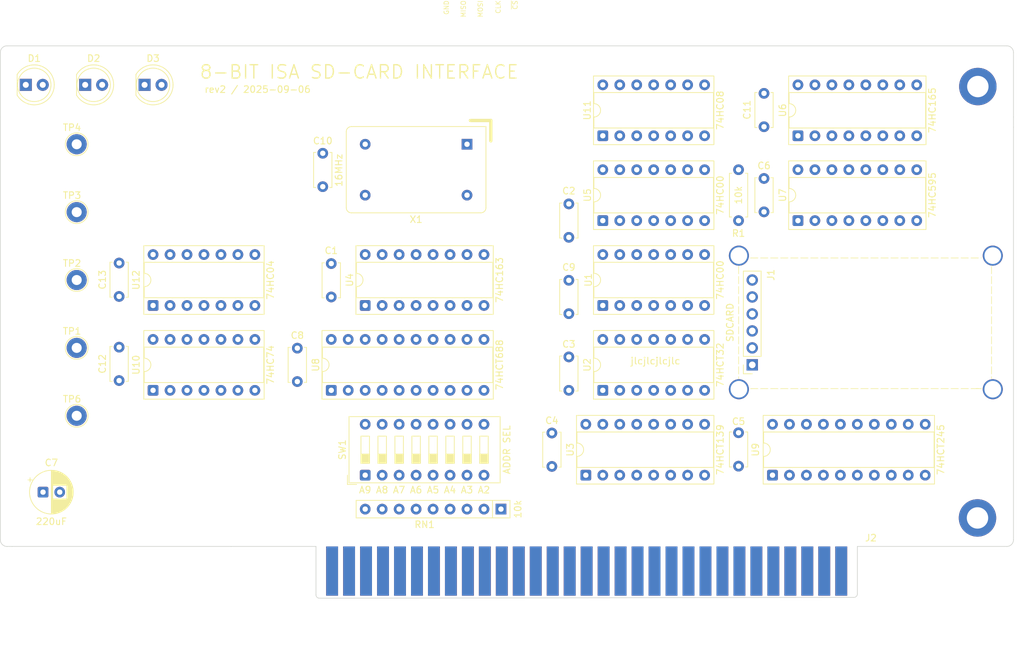
<source format=kicad_pcb>
(kicad_pcb (version 20241229) (generator "pcbnew") (generator_version "9.0")
  (title_block (title "ISA SD CARD") (date "2024-05-26") (rev "rev6"))
  (layers (0 "F.Cu" signal) (2 "B.Cu" signal) (13 "F.Paste" user) (15 "B.Paste" user) (5 "F.SilkS" user "F.Silkscreen") (7 "B.SilkS" user "B.Silkscreen") (1 "F.Mask" user) (3 "B.Mask" user) (25 "Edge.Cuts" user))
  (net 0 "")
  (net 1 "GND")
  (net 2 "VCC")
  (net 7 "CLK")
  (net 8 "~{CS}")
  (net 9 "MISO")
  (net 10 "MOSI")
  (net 22 "CLKSTOP")
  (net 23 "~{CLKSTOP}")
  (net 24 "~{CLK}")
  (net 34 "16MHz")
  (net 39 "A1")
  (net 43 "A2")
  (net 44 "~{PORTSEL}")
  (net 48 "A0")
  (net 50 "~{CLKSTART}")
  (net 52 "Net-(R1-Pad1)")
  (net 53 "~{SDOUT_SET}")
  (net 54 "Net-(RN1-R2)")
  (net 55 "~{SDOUT_RESET}")
  (net 56 "~{SER_RD}")
  (net 57 "Net-(RN1-R8)")
  (net 58 "Net-(RN1-R4)")
  (net 59 "~{SDCS_SET}")
  (net 60 "~{SDCS_RESET}")
  (net 61 "~{SER_WR}")
  (net 62 "D7")
  (net 63 "D4")
  (net 64 "D3")
  (net 65 "Net-(RN1-R7)")
  (net 66 "D5")
  (net 67 "D0")
  (net 68 "D1")
  (net 69 "D2")
  (net 70 "D6")
  (net 71 "Net-(RN1-R3)")
  (net 72 "CS")
  (net 73 "Net-(RN1-R6)")
  (net 74 "A4")
  (net 75 "A5")
  (net 76 "A9")
  (net 77 "A7")
  (net 78 "A6")
  (net 79 "A8")
  (net 80 "AEN")
  (net 81 "A3")
  (net 83 "Net-(RN1-R5)")
  (net 84 "Net-(RN1-R1)")
  (net 85 "Net-(U4-~{MR})")
  (net 86 "Net-(U1-Pad3)")
  (net 87 "Net-(U3B-E)")
  (net 89 "Net-(U3A-E)")
  (net 91 "~{WR}")
  (net 92 "~{RD}")
  (net 93 "Net-(D1-A)")
  (net 97 "Net-(U5-Pad3)")
  (net 100 "DB3")
  (net 101 "DB2")
  (net 102 "DB1")
  (net 103 "DB5")
  (net 104 "DB0")
  (net 105 "DB6")
  (net 106 "DB4")
  (net 107 "DB7")
  (net 108 "Net-(D2-K)")
  (net 109 "Net-(D3-K)")
  (net 110 "~{RQ_SER_RD}")
  (net 111 "~{SER_RD_AND_PULSE}")
  (net 112 "~{PULSE}")
  (net 114 "Net-(U10B-~{Q})")
  (net 115 "Net-(U10A-Q)")
  (net 117 "Net-(U11-Pad8)")
  (net 118 "Net-(U11-Pad2)")
  (net 120 "Net-(U12-Pad12)")
  (net 121 "Net-(U12-Pad11)")
  (footprint "Capacitor_THT:C_Disc_D5.0mm_W2.5mm_P5.00mm" (layer "F.Cu") (at 78.975 75.17 90)
    (property "Reference" "C1" (at 6.945 0 0) (layer "F.SilkS"))
    (property "Value" "0.1uF")
    (pad "1" thru_hole circle (at 0 0 90) (size 1.6 1.6) (drill 0.8) (layers "*.Cu" "*.Mask") (net 1 "GND"))
    (pad "2" thru_hole circle (at 5 0 90) (size 1.6 1.6) (drill 0.8) (layers "*.Cu" "*.Mask") (net 2 "VCC"))
  )
  (footprint "Package_DIP:DIP-16_W7.62mm_Socket" (layer "F.Cu") (at 148.825 63.74 90)
    (property "Reference" "U7" (at 3.81 -2.291 90) (layer "F.SilkS"))
    (property "Value" "74HC595" (at 3.81 20.11 90) (layer "F.SilkS"))
    (pad "1" thru_hole roundrect (at 0 0 90) (size 1.6 1.6) (drill 0.8) (layers "*.Cu" "*.Mask") (roundrect_rratio 0.15625) (net 68 "D1"))
    (pad "2" thru_hole circle (at 0 2.54 90) (size 1.6 1.6) (drill 0.8) (layers "*.Cu" "*.Mask") (net 69 "D2"))
    (pad "3" thru_hole circle (at 0 5.08 90) (size 1.6 1.6) (drill 0.8) (layers "*.Cu" "*.Mask") (net 64 "D3"))
    (pad "4" thru_hole circle (at 0 7.62 90) (size 1.6 1.6) (drill 0.8) (layers "*.Cu" "*.Mask") (net 63 "D4"))
    (pad "5" thru_hole circle (at 0 10.16 90) (size 1.6 1.6) (drill 0.8) (layers "*.Cu" "*.Mask") (net 66 "D5"))
    (pad "6" thru_hole circle (at 0 12.7 90) (size 1.6 1.6) (drill 0.8) (layers "*.Cu" "*.Mask") (net 70 "D6"))
    (pad "7" thru_hole circle (at 0 15.24 90) (size 1.6 1.6) (drill 0.8) (layers "*.Cu" "*.Mask") (net 62 "D7"))
    (pad "8" thru_hole circle (at 0 17.78 90) (size 1.6 1.6) (drill 0.8) (layers "*.Cu" "*.Mask") (net 1 "GND"))
    (pad "9" thru_hole circle (at 7.62 17.78 90) (size 1.6 1.6) (drill 0.8) (layers "*.Cu" "*.Mask"))
    (pad "10" thru_hole circle (at 7.62 15.24 90) (size 1.6 1.6) (drill 0.8) (layers "*.Cu" "*.Mask") (net 2 "VCC"))
    (pad "11" thru_hole circle (at 7.62 12.7 90) (size 1.6 1.6) (drill 0.8) (layers "*.Cu" "*.Mask") (net 7 "CLK"))
    (pad "12" thru_hole circle (at 7.62 10.16 90) (size 1.6 1.6) (drill 0.8) (layers "*.Cu" "*.Mask") (net 24 "~{CLK}"))
    (pad "13" thru_hole circle (at 7.62 7.62 90) (size 1.6 1.6) (drill 0.8) (layers "*.Cu" "*.Mask") (net 56 "~{SER_RD}"))
    (pad "14" thru_hole circle (at 7.62 5.08 90) (size 1.6 1.6) (drill 0.8) (layers "*.Cu" "*.Mask") (net 9 "MISO"))
    (pad "15" thru_hole circle (at 7.62 2.54 90) (size 1.6 1.6) (drill 0.8) (layers "*.Cu" "*.Mask") (net 67 "D0"))
    (pad "16" thru_hole circle (at 7.62 0 90) (size 1.6 1.6) (drill 0.8) (layers "*.Cu" "*.Mask") (net 2 "VCC"))
  )
  (footprint "Button_Switch_THT:SW_DIP_SPSTx08_Slide_9.78x22.5mm_W7.62mm_P2.54mm" (layer "F.Cu") (at 84.055 101.84 90)
    (property "Reference" "SW1" (at 3.81 -3.42 90) (layer "F.SilkS"))
    (property "Value" "ADDR SEL" (at 3.81 21.2 90) (layer "F.SilkS"))
    (pad "1" thru_hole roundrect (at 0 0 90) (size 1.6 1.6) (drill 0.8) (layers "*.Cu" "*.Mask") (roundrect_rratio 0.15625) (net 57 "Net-(RN1-R8)"))
    (pad "2" thru_hole circle (at 0 2.54 90) (size 1.6 1.6) (drill 0.8) (layers "*.Cu" "*.Mask") (net 65 "Net-(RN1-R7)"))
    (pad "3" thru_hole circle (at 0 5.08 90) (size 1.6 1.6) (drill 0.8) (layers "*.Cu" "*.Mask") (net 73 "Net-(RN1-R6)"))
    (pad "4" thru_hole circle (at 0 7.62 90) (size 1.6 1.6) (drill 0.8) (layers "*.Cu" "*.Mask") (net 83 "Net-(RN1-R5)"))
    (pad "5" thru_hole circle (at 0 10.16 90) (size 1.6 1.6) (drill 0.8) (layers "*.Cu" "*.Mask") (net 58 "Net-(RN1-R4)"))
    (pad "6" thru_hole circle (at 0 12.7 90) (size 1.6 1.6) (drill 0.8) (layers "*.Cu" "*.Mask") (net 71 "Net-(RN1-R3)"))
    (pad "7" thru_hole circle (at 0 15.24 90) (size 1.6 1.6) (drill 0.8) (layers "*.Cu" "*.Mask") (net 54 "Net-(RN1-R2)"))
    (pad "8" thru_hole circle (at 0 17.78 90) (size 1.6 1.6) (drill 0.8) (layers "*.Cu" "*.Mask") (net 84 "Net-(RN1-R1)"))
    (pad "9" thru_hole circle (at 7.62 17.78 90) (size 1.6 1.6) (drill 0.8) (layers "*.Cu" "*.Mask") (net 2 "VCC"))
    (pad "10" thru_hole circle (at 7.62 15.24 90) (size 1.6 1.6) (drill 0.8) (layers "*.Cu" "*.Mask") (net 2 "VCC"))
    (pad "11" thru_hole circle (at 7.62 12.7 90) (size 1.6 1.6) (drill 0.8) (layers "*.Cu" "*.Mask") (net 2 "VCC"))
    (pad "12" thru_hole circle (at 7.62 10.16 90) (size 1.6 1.6) (drill 0.8) (layers "*.Cu" "*.Mask") (net 2 "VCC"))
    (pad "13" thru_hole circle (at 7.62 7.62 90) (size 1.6 1.6) (drill 0.8) (layers "*.Cu" "*.Mask") (net 2 "VCC"))
    (pad "14" thru_hole circle (at 7.62 5.08 90) (size 1.6 1.6) (drill 0.8) (layers "*.Cu" "*.Mask") (net 2 "VCC"))
    (pad "15" thru_hole circle (at 7.62 2.54 90) (size 1.6 1.6) (drill 0.8) (layers "*.Cu" "*.Mask") (net 2 "VCC"))
    (pad "16" thru_hole circle (at 7.62 0 90) (size 1.6 1.6) (drill 0.8) (layers "*.Cu" "*.Mask") (net 2 "VCC"))
  )
  (footprint "TestPoint:TestPoint_Loop_D2.54mm_Drill1.5mm_Beaded" (layer "F.Cu") (at 40.875 82.79 180)
    (property "Reference" "TP1" (at 0.7 2.5 180) (layer "F.SilkS"))
    (property "Value" "~{CS}")
    (pad "1" thru_hole circle (at 0 0 180) (size 3 3) (drill 1.5) (layers "*.Cu" "*.Mask") (net 8 "~{CS}"))
  )
  (footprint "Capacitor_THT:C_Disc_D5.0mm_W2.5mm_P5.00mm" (layer "F.Cu") (at 77.705 58.66 90)
    (property "Reference" "C10" (at 6.858 0 0) (layer "F.SilkS"))
    (property "Value" "100n")
    (pad "1" thru_hole circle (at 0 0 90) (size 1.6 1.6) (drill 0.8) (layers "*.Cu" "*.Mask") (net 2 "VCC"))
    (pad "2" thru_hole circle (at 5 0 90) (size 1.6 1.6) (drill 0.8) (layers "*.Cu" "*.Mask") (net 1 "GND"))
  )
  (footprint "Capacitor_THT:C_Disc_D5.0mm_W2.5mm_P5.00mm" (layer "F.Cu") (at 47.225 75.09 90)
    (property "Reference" "C13" (at 2.5 -2.5 90) (layer "F.SilkS"))
    (property "Value" "0.1uF")
    (pad "1" thru_hole circle (at 0 0 90) (size 1.6 1.6) (drill 0.8) (layers "*.Cu" "*.Mask") (net 1 "GND"))
    (pad "2" thru_hole circle (at 5 0 90) (size 1.6 1.6) (drill 0.8) (layers "*.Cu" "*.Mask") (net 2 "VCC"))
  )
  (footprint "Capacitor_THT:C_Disc_D5.0mm_W2.5mm_P5.00mm" (layer "F.Cu") (at 73.895 87.83 90)
    (property "Reference" "C8" (at 6.905 0 180) (layer "F.SilkS"))
    (property "Value" "0.1uF")
    (pad "1" thru_hole circle (at 0 0 90) (size 1.6 1.6) (drill 0.8) (layers "*.Cu" "*.Mask") (net 1 "GND"))
    (pad "2" thru_hole circle (at 5 0 90) (size 1.6 1.6) (drill 0.8) (layers "*.Cu" "*.Mask") (net 2 "VCC"))
  )
  (footprint "components:ISA_CARD_EDGE_CONNECTOR_8BIT_Rev1" (layer "F.Cu") (at 155.302 120.128)
    (property "Reference" "J2" (at 4.445 -8.89 0) (layer "F.SilkS"))
    (property "Value" "Bus_ISA_8bit_AB_Rev0")
    (pad "A01" connect rect (at 0 -3.81) (size 1.78 7.366) (drill (offset 0 -0.127)) (layers "F.Cu" "F.Mask"))
    (pad "A02" connect rect (at -2.54 -3.81) (size 1.78 7.366) (drill (offset 0 -0.127)) (layers "F.Cu" "F.Mask") (net 107 "DB7"))
    (pad "A03" connect rect (at -5.08 -3.81) (size 1.78 7.366) (drill (offset 0 -0.127)) (layers "F.Cu" "F.Mask") (net 105 "DB6"))
    (pad "A04" connect rect (at -7.62 -3.81) (size 1.78 7.366) (drill (offset 0 -0.127)) (layers "F.Cu" "F.Mask") (net 103 "DB5"))
    (pad "A05" connect rect (at -10.16 -3.81) (size 1.78 7.366) (drill (offset 0 -0.127)) (layers "F.Cu" "F.Mask") (net 106 "DB4"))
    (pad "A06" connect rect (at -12.7 -3.81) (size 1.78 7.366) (drill (offset 0 -0.127)) (layers "F.Cu" "F.Mask") (net 100 "DB3"))
    (pad "A07" connect rect (at -15.24 -3.81) (size 1.78 7.366) (drill (offset 0 -0.127)) (layers "F.Cu" "F.Mask") (net 101 "DB2"))
    (pad "A08" connect rect (at -17.78 -3.81) (size 1.78 7.366) (drill (offset 0 -0.127)) (layers "F.Cu" "F.Mask") (net 102 "DB1"))
    (pad "A09" connect rect (at -20.32 -3.81) (size 1.78 7.366) (drill (offset 0 -0.127)) (layers "F.Cu" "F.Mask") (net 104 "DB0"))
    (pad "A10" connect rect (at -22.86 -3.81) (size 1.78 7.366) (drill (offset 0 -0.127)) (layers "F.Cu" "F.Mask"))
    (pad "A11" connect rect (at -25.4 -3.81) (size 1.78 7.366) (drill (offset 0 -0.127)) (layers "F.Cu" "F.Mask") (net 80 "AEN"))
    (pad "A12" connect rect (at -27.94 -3.81) (size 1.78 7.366) (drill (offset 0 -0.127)) (layers "F.Cu" "F.Mask"))
    (pad "A13" connect rect (at -30.48 -3.81) (size 1.78 7.366) (drill (offset 0 -0.127)) (layers "F.Cu" "F.Mask"))
    (pad "A14" connect rect (at -33.02 -3.81) (size 1.78 7.366) (drill (offset 0 -0.127)) (layers "F.Cu" "F.Mask"))
    (pad "A15" connect rect (at -35.56 -3.81) (size 1.78 7.366) (drill (offset 0 -0.127)) (layers "F.Cu" "F.Mask"))
    (pad "A16" connect rect (at -38.1 -3.81) (size 1.78 7.366) (drill (offset 0 -0.127)) (layers "F.Cu" "F.Mask"))
    (pad "A17" connect rect (at -40.64 -3.81) (size 1.78 7.366) (drill (offset 0 -0.127)) (layers "F.Cu" "F.Mask"))
    (pad "A18" connect rect (at -43.18 -3.81) (size 1.78 7.366) (drill (offset 0 -0.127)) (layers "F.Cu" "F.Mask"))
    (pad "A19" connect rect (at -45.72 -3.81) (size 1.78 7.366) (drill (offset 0 -0.127)) (layers "F.Cu" "F.Mask"))
    (pad "A20" connect rect (at -48.26 -3.81) (size 1.78 7.366) (drill (offset 0 -0.127)) (layers "F.Cu" "F.Mask"))
    (pad "A21" connect rect (at -50.8 -3.81) (size 1.78 7.366) (drill (offset 0 -0.127)) (layers "F.Cu" "F.Mask"))
    (pad "A22" connect rect (at -53.34 -3.81) (size 1.78 7.366) (drill (offset 0 -0.127)) (layers "F.Cu" "F.Mask") (net 76 "A9"))
    (pad "A23" connect rect (at -55.88 -3.81) (size 1.78 7.366) (drill (offset 0 -0.127)) (layers "F.Cu" "F.Mask") (net 79 "A8"))
    (pad "A24" connect rect (at -58.42 -3.81) (size 1.78 7.366) (drill (offset 0 -0.127)) (layers "F.Cu" "F.Mask") (net 77 "A7"))
    (pad "A25" connect rect (at -60.96 -3.81) (size 1.78 7.366) (drill (offset 0 -0.127)) (layers "F.Cu" "F.Mask") (net 78 "A6"))
    (pad "A26" connect rect (at -63.5 -3.81) (size 1.78 7.366) (drill (offset 0 -0.127)) (layers "F.Cu" "F.Mask") (net 75 "A5"))
    (pad "A27" connect rect (at -66.04 -3.81) (size 1.78 7.366) (drill (offset 0 -0.127)) (layers "F.Cu" "F.Mask") (net 74 "A4"))
    (pad "A28" connect rect (at -68.58 -3.81) (size 1.78 7.366) (drill (offset 0 -0.127)) (layers "F.Cu" "F.Mask") (net 81 "A3"))
    (pad "A29" connect rect (at -71.12 -3.81) (size 1.78 7.366) (drill (offset 0 -0.127)) (layers "F.Cu" "F.Mask") (net 43 "A2"))
    (pad "A30" connect rect (at -73.66 -3.81) (size 1.78 7.366) (drill (offset 0 -0.127)) (layers "F.Cu" "F.Mask") (net 39 "A1"))
    (pad "A31" connect rect (at -76.2 -3.81) (size 1.78 7.366) (drill (offset 0 -0.127)) (layers "F.Cu" "F.Mask") (net 48 "A0"))
    (pad "B01" connect rect (at 0 -3.81) (size 1.78 7.366) (drill (offset 0 -0.127)) (layers "B.Cu" "B.Mask") (net 1 "GND"))
    (pad "B02" connect rect (at -2.54 -3.81) (size 1.78 7.366) (drill (offset 0 -0.127)) (layers "B.Cu" "B.Mask"))
    (pad "B03" connect rect (at -5.08 -3.81) (size 1.78 7.366) (drill (offset 0 -0.127)) (layers "B.Cu" "B.Mask") (net 2 "VCC"))
    (pad "B04" connect rect (at -7.62 -3.81) (size 1.78 7.366) (drill (offset 0 -0.127)) (layers "B.Cu" "B.Mask"))
    (pad "B05" connect rect (at -10.16 -3.81) (size 1.78 7.366) (drill (offset 0 -0.127)) (layers "B.Cu" "B.Mask"))
    (pad "B06" connect rect (at -12.7 -3.81) (size 1.78 7.366) (drill (offset 0 -0.127)) (layers "B.Cu" "B.Mask"))
    (pad "B07" connect rect (at -15.24 -3.81) (size 1.78 7.366) (drill (offset 0 -0.127)) (layers "B.Cu" "B.Mask"))
    (pad "B08" connect rect (at -17.78 -3.81) (size 1.78 7.366) (drill (offset 0 -0.127)) (layers "B.Cu" "B.Mask"))
    (pad "B09" connect rect (at -20.32 -3.81) (size 1.78 7.366) (drill (offset 0 -0.127)) (layers "B.Cu" "B.Mask"))
    (pad "B10" connect rect (at -22.86 -3.81) (size 1.78 7.366) (drill (offset 0 -0.127)) (layers "B.Cu" "B.Mask") (net 1 "GND"))
    (pad "B11" connect rect (at -25.4 -3.81) (size 1.78 7.366) (drill (offset 0 -0.127)) (layers "B.Cu" "B.Mask"))
    (pad "B12" connect rect (at -27.94 -3.81) (size 1.78 7.366) (drill (offset 0 -0.127)) (layers "B.Cu" "B.Mask"))
    (pad "B13" connect rect (at -30.48 -3.81) (size 1.78 7.366) (drill (offset 0 -0.127)) (layers "B.Cu" "B.Mask") (net 91 "~{WR}"))
    (pad "B14" connect rect (at -33.02 -3.81) (size 1.78 7.366) (drill (offset 0 -0.127)) (layers "B.Cu" "B.Mask") (net 92 "~{RD}"))
    (pad "B15" connect rect (at -35.56 -3.81) (size 1.78 7.366) (drill (offset 0 -0.127)) (layers "B.Cu" "B.Mask"))
    (pad "B16" connect rect (at -38.1 -3.81) (size 1.78 7.366) (drill (offset 0 -0.127)) (layers "B.Cu" "B.Mask"))
    (pad "B17" connect rect (at -40.64 -3.81) (size 1.78 7.366) (drill (offset 0 -0.127)) (layers "B.Cu" "B.Mask"))
    (pad "B18" connect rect (at -43.18 -3.81) (size 1.78 7.366) (drill (offset 0 -0.127)) (layers "B.Cu" "B.Mask"))
    (pad "B19" connect rect (at -45.72 -3.81) (size 1.78 7.366) (drill (offset 0 -0.127)) (layers "B.Cu" "B.Mask"))
    (pad "B20" connect rect (at -48.26 -3.81) (size 1.78 7.366) (drill (offset 0 -0.127)) (layers "B.Cu" "B.Mask"))
    (pad "B21" connect rect (at -50.8 -3.81) (size 1.78 7.366) (drill (offset 0 -0.127)) (layers "B.Cu" "B.Mask"))
    (pad "B22" connect rect (at -53.34 -3.81) (size 1.78 7.366) (drill (offset 0 -0.127)) (layers "B.Cu" "B.Mask"))
    (pad "B23" connect rect (at -55.88 -3.81) (size 1.78 7.366) (drill (offset 0 -0.127)) (layers "B.Cu" "B.Mask"))
    (pad "B24" connect rect (at -58.42 -3.81) (size 1.78 7.366) (drill (offset 0 -0.127)) (layers "B.Cu" "B.Mask"))
    (pad "B25" connect rect (at -60.96 -3.81) (size 1.78 7.366) (drill (offset 0 -0.127)) (layers "B.Cu" "B.Mask"))
    (pad "B26" connect rect (at -63.5 -3.81) (size 1.78 7.366) (drill (offset 0 -0.127)) (layers "B.Cu" "B.Mask"))
    (pad "B27" connect rect (at -66.04 -3.81) (size 1.78 7.366) (drill (offset 0 -0.127)) (layers "B.Cu" "B.Mask"))
    (pad "B28" connect rect (at -68.58 -3.81) (size 1.78 7.366) (drill (offset 0 -0.127)) (layers "B.Cu" "B.Mask"))
    (pad "B29" connect rect (at -71.12 -3.81) (size 1.78 7.366) (drill (offset 0 -0.127)) (layers "B.Cu" "B.Mask") (net 2 "VCC"))
    (pad "B30" connect rect (at -73.66 -3.81) (size 1.78 7.366) (drill (offset 0 -0.127)) (layers "B.Cu" "B.Mask"))
    (pad "B31" smd rect (at -76.2 -3.81) (size 1.78 7.366) (drill (offset 0 -0.127)) (layers "B.Cu" "B.Mask") (net 1 "GND"))
  )
  (footprint "LED_THT:LED_D5.0mm" (layer "F.Cu") (at 51.035 43.42)
    (property "Reference" "D3" (at 1.27 -3.96 0) (layer "F.SilkS"))
    (property "Value" "LED")
    (pad "1" thru_hole rect (at 0 0) (size 1.8 1.8) (drill 0.9) (layers "*.Cu" "*.Mask") (net 109 "Net-(D3-K)"))
    (pad "2" thru_hole circle (at 2.54 0) (size 1.8 1.8) (drill 0.9) (layers "*.Cu" "*.Mask") (net 2 "VCC"))
  )
  (footprint "Oscillator:Oscillator_DIP-14" (layer "F.Cu") (at 99.295 52.31 180)
    (property "Reference" "X1" (at 7.62 -11.26 0) (layer "F.SilkS"))
    (property "Value" "16MHz" (at 19.177 -3.8945 90) (layer "F.SilkS"))
    (pad "1" thru_hole rect (at 0 0 180) (size 1.6 1.6) (drill 0.8) (layers "*.Cu" "*.Mask"))
    (pad "7" thru_hole circle (at 15.24 0 180) (size 1.6 1.6) (drill 0.8) (layers "*.Cu" "*.Mask") (net 1 "GND"))
    (pad "8" thru_hole circle (at 15.24 -7.62 180) (size 1.6 1.6) (drill 0.8) (layers "*.Cu" "*.Mask") (net 34 "16MHz"))
    (pad "14" thru_hole circle (at 0 -7.62 180) (size 1.6 1.6) (drill 0.8) (layers "*.Cu" "*.Mask") (net 2 "VCC"))
  )
  (footprint "Capacitor_THT:C_Disc_D5.0mm_W2.5mm_P5.00mm" (layer "F.Cu") (at 143.745 62.43 90)
    (property "Reference" "C6" (at 6.905 0 180) (layer "F.SilkS"))
    (property "Value" "0.1uF")
    (pad "1" thru_hole circle (at 0 0 90) (size 1.6 1.6) (drill 0.8) (layers "*.Cu" "*.Mask") (net 1 "GND"))
    (pad "2" thru_hole circle (at 5 0 90) (size 1.6 1.6) (drill 0.8) (layers "*.Cu" "*.Mask") (net 2 "VCC"))
  )
  (footprint "LED_THT:LED_D5.0mm" (layer "F.Cu") (at 42.145 43.42)
    (property "Reference" "D2" (at 1.27 -3.96 0) (layer "F.SilkS"))
    (property "Value" "LED")
    (pad "1" thru_hole rect (at 0 0) (size 1.8 1.8) (drill 0.9) (layers "*.Cu" "*.Mask") (net 108 "Net-(D2-K)"))
    (pad "2" thru_hole circle (at 2.54 0) (size 1.8 1.8) (drill 0.9) (layers "*.Cu" "*.Mask") (net 2 "VCC"))
  )
  (footprint "Capacitor_THT:C_Disc_D5.0mm_W2.5mm_P5.00mm" (layer "F.Cu") (at 143.745 44.69 -90)
    (property "Reference" "C11" (at 2.46 2.54 90) (layer "F.SilkS"))
    (property "Value" "0.1uF")
    (pad "1" thru_hole circle (at 0 0 270) (size 1.6 1.6) (drill 0.8) (layers "*.Cu" "*.Mask") (net 1 "GND"))
    (pad "2" thru_hole circle (at 5 0 270) (size 1.6 1.6) (drill 0.8) (layers "*.Cu" "*.Mask") (net 2 "VCC"))
  )
  (footprint "Resistor_THT:R_Axial_DIN0207_L6.3mm_D2.5mm_P7.62mm_Horizontal" (layer "F.Cu") (at 139.935 63.74 90)
    (property "Reference" "R1" (at -1.905 0 0) (layer "F.SilkS"))
    (property "Value" "10k" (at 3.81 0 90) (layer "F.SilkS"))
    (pad "1" thru_hole circle (at 0 0 90) (size 1.6 1.6) (drill 0.8) (layers "*.Cu" "*.Mask") (net 52 "Net-(R1-Pad1)"))
    (pad "2" thru_hole circle (at 7.62 0 90) (size 1.6 1.6) (drill 0.8) (layers "*.Cu" "*.Mask") (net 9 "MISO"))
  )
  (footprint "Capacitor_THT:CP_Radial_D6.3mm_P2.50mm" (layer "F.Cu") (at 35.835 104.38)
    (property "Reference" "C7" (at 1.25 -4.4 0) (layer "F.SilkS"))
    (property "Value" "220uF" (at 1.25 4.4 0) (layer "F.SilkS"))
    (pad "1" thru_hole roundrect (at 0 0) (size 1.6 1.6) (drill 0.8) (layers "*.Cu" "*.Mask") (roundrect_rratio 0.15625) (net 2 "VCC"))
    (pad "2" thru_hole circle (at 2.5 0) (size 1.6 1.6) (drill 0.8) (layers "*.Cu" "*.Mask") (net 1 "GND"))
  )
  (footprint "Capacitor_THT:C_Disc_D5.0mm_W2.5mm_P5.00mm" (layer "F.Cu") (at 114.535 66.24 90)
    (property "Reference" "C2" (at 6.945 0 0) (layer "F.SilkS"))
    (property "Value" "0.1uF")
    (pad "1" thru_hole circle (at 0 0 90) (size 1.6 1.6) (drill 0.8) (layers "*.Cu" "*.Mask") (net 1 "GND"))
    (pad "2" thru_hole circle (at 5 0 90) (size 1.6 1.6) (drill 0.8) (layers "*.Cu" "*.Mask") (net 2 "VCC"))
  )
  (footprint "Capacitor_THT:C_Disc_D5.0mm_W2.5mm_P5.00mm" (layer "F.Cu") (at 47.225 87.68 90)
    (property "Reference" "C12" (at 2.5 -2.5 90) (layer "F.SilkS"))
    (property "Value" "0.1uF")
    (pad "1" thru_hole circle (at 0 0 90) (size 1.6 1.6) (drill 0.8) (layers "*.Cu" "*.Mask") (net 1 "GND"))
    (pad "2" thru_hole circle (at 5 0 90) (size 1.6 1.6) (drill 0.8) (layers "*.Cu" "*.Mask") (net 2 "VCC"))
  )
  (footprint "sdcard-holder:sdcard-socket" (layer "F.Cu") (at 141.985 85.33 180)
    (property "Reference" "J1" (at -2.794 13.462 90) (layer "F.SilkS"))
    (property "Value" "SDCARD" (at 3.32 6.35 90) (layer "F.SilkS"))
    (pad "" np_thru_hole circle (at -36 -3.65 180) (size 3 3) (drill 2.5) (layers "*.Cu" "*.Mask"))
    (pad "" np_thru_hole circle (at -36 16.35 180) (size 3 3) (drill 2.5) (layers "*.Cu" "*.Mask"))
    (pad "" np_thru_hole circle (at 2 -3.65 180) (size 3 3) (drill 2.5) (layers "*.Cu" "*.Mask"))
    (pad "" np_thru_hole circle (at 2 16.35 180) (size 3 3) (drill 2.5) (layers "*.Cu" "*.Mask"))
    (pad "1" thru_hole rect (at 0 0 180) (size 1.7 1.7) (drill 1) (layers "*.Cu" "*.Mask") (net 8 "~{CS}"))
    (pad "2" thru_hole oval (at 0 2.54 180) (size 1.7 1.7) (drill 1) (layers "*.Cu" "*.Mask") (net 7 "CLK"))
    (pad "3" thru_hole oval (at 0 5.08 180) (size 1.7 1.7) (drill 1) (layers "*.Cu" "*.Mask") (net 10 "MOSI"))
    (pad "4" thru_hole oval (at 0 7.62 180) (size 1.7 1.7) (drill 1) (layers "*.Cu" "*.Mask") (net 9 "MISO"))
    (pad "5" thru_hole oval (at 0 10.16 180) (size 1.7 1.7) (drill 1) (layers "*.Cu" "*.Mask") (net 2 "VCC"))
    (pad "6" thru_hole oval (at 0 12.7 180) (size 1.7 1.7) (drill 1) (layers "*.Cu" "*.Mask") (net 1 "GND"))
  )
  (footprint "Package_DIP:DIP-14_W7.62mm_Socket" (layer "F.Cu") (at 119.615 51.04 90)
    (property "Reference" "U11" (at 3.81 -2.33 90) (layer "F.SilkS"))
    (property "Value" "74HC08" (at 3.81 17.57 90) (layer "F.SilkS"))
    (pad "1" thru_hole roundrect (at 0 0 90) (size 1.6 1.6) (drill 0.8) (layers "*.Cu" "*.Mask") (roundrect_rratio 0.15625) (net 112 "~{PULSE}"))
    (pad "2" thru_hole circle (at 0 2.54 90) (size 1.6 1.6) (drill 0.8) (layers "*.Cu" "*.Mask") (net 118 "Net-(U11-Pad2)"))
    (pad "3" thru_hole circle (at 0 5.08 90) (size 1.6 1.6) (drill 0.8) (layers "*.Cu" "*.Mask") (net 50 "~{CLKSTART}"))
    (pad "4" thru_hole circle (at 0 7.62 90) (size 1.6 1.6) (drill 0.8) (layers "*.Cu" "*.Mask") (net 110 "~{RQ_SER_RD}"))
    (pad "5" thru_hole circle (at 0 10.16 90) (size 1.6 1.6) (drill 0.8) (layers "*.Cu" "*.Mask") (net 111 "~{SER_RD_AND_PULSE}"))
    (pad "6" thru_hole circle (at 0 12.7 90) (size 1.6 1.6) (drill 0.8) (layers "*.Cu" "*.Mask") (net 56 "~{SER_RD}"))
    (pad "7" thru_hole circle (at 0 15.24 90) (size 1.6 1.6) (drill 0.8) (layers "*.Cu" "*.Mask") (net 1 "GND"))
    (pad "8" thru_hole circle (at 7.62 15.24 90) (size 1.6 1.6) (drill 0.8) (layers "*.Cu" "*.Mask") (net 117 "Net-(U11-Pad8)"))
    (pad "9" thru_hole circle (at 7.62 12.7 90) (size 1.6 1.6) (drill 0.8) (layers "*.Cu" "*.Mask") (net 114 "Net-(U10B-~{Q})"))
    (pad "10" thru_hole circle (at 7.62 10.16 90) (size 1.6 1.6) (drill 0.8) (layers "*.Cu" "*.Mask") (net 111 "~{SER_RD_AND_PULSE}"))
    (pad "11" thru_hole circle (at 7.62 7.62 90) (size 1.6 1.6) (drill 0.8) (layers "*.Cu" "*.Mask"))
    (pad "12" thru_hole circle (at 7.62 5.08 90) (size 1.6 1.6) (drill 0.8) (layers "*.Cu" "*.Mask") (net 1 "GND"))
    (pad "13" thru_hole circle (at 7.62 2.54 90) (size 1.6 1.6) (drill 0.8) (layers "*.Cu" "*.Mask") (net 1 "GND"))
    (pad "14" thru_hole circle (at 7.62 0 90) (size 1.6 1.6) (drill 0.8) (layers "*.Cu" "*.Mask") (net 2 "VCC"))
  )
  (footprint "Capacitor_THT:C_Disc_D5.0mm_W2.5mm_P5.00mm" (layer "F.Cu") (at 114.535 89.14 90)
    (property "Reference" "C3" (at 6.905 0 180) (layer "F.SilkS"))
    (property "Value" "0.1uF")
    (pad "1" thru_hole circle (at 0 0 90) (size 1.6 1.6) (drill 0.8) (layers "*.Cu" "*.Mask") (net 1 "GND"))
    (pad "2" thru_hole circle (at 5 0 90) (size 1.6 1.6) (drill 0.8) (layers "*.Cu" "*.Mask") (net 2 "VCC"))
  )
  (footprint "MountingHole:MountingHole_3.2mm_M3_DIN965_Pad_TopBottom" (layer "F.Cu") (at 175.6982 108.2408)
    (property "Reference" "H2")
    (property "Value" "MountingHole_Pad")
    (pad "1" thru_hole circle (at 0 0) (size 3.6 3.6) (drill 3.2) (layers "*.Cu" "*.Mask") (net 1 "GND"))
    (pad "1" connect circle (at 0 0) (size 5.6 5.6) (layers "F.Cu" "F.Mask") (net 1 "GND"))
    (pad "1" connect circle (at 0 0) (size 5.6 5.6) (layers "B.Cu" "B.Mask") (net 1 "GND"))
  )
  (footprint "Package_DIP:DIP-20_W7.62mm_Socket" (layer "F.Cu") (at 78.975 89.14 90)
    (property "Reference" "U8" (at 3.81 -2.33 90) (layer "F.SilkS"))
    (property "Value" "74HCT688" (at 3.81 25.19 90) (layer "F.SilkS"))
    (pad "1" thru_hole roundrect (at 0 0 90) (size 1.6 1.6) (drill 0.8) (layers "*.Cu" "*.Mask") (roundrect_rratio 0.15625) (net 80 "AEN"))
    (pad "2" thru_hole circle (at 0 2.54 90) (size 1.6 1.6) (drill 0.8) (layers "*.Cu" "*.Mask") (net 43 "A2"))
    (pad "3" thru_hole circle (at 0 5.08 90) (size 1.6 1.6) (drill 0.8) (layers "*.Cu" "*.Mask") (net 84 "Net-(RN1-R1)"))
    (pad "4" thru_hole circle (at 0 7.62 90) (size 1.6 1.6) (drill 0.8) (layers "*.Cu" "*.Mask") (net 81 "A3"))
    (pad "5" thru_hole circle (at 0 10.16 90) (size 1.6 1.6) (drill 0.8) (layers "*.Cu" "*.Mask") (net 54 "Net-(RN1-R2)"))
    (pad "6" thru_hole circle (at 0 12.7 90) (size 1.6 1.6) (drill 0.8) (layers "*.Cu" "*.Mask") (net 74 "A4"))
    (pad "7" thru_hole circle (at 0 15.24 90) (size 1.6 1.6) (drill 0.8) (layers "*.Cu" "*.Mask") (net 71 "Net-(RN1-R3)"))
    (pad "8" thru_hole circle (at 0 17.78 90) (size 1.6 1.6) (drill 0.8) (layers "*.Cu" "*.Mask") (net 75 "A5"))
    (pad "9" thru_hole circle (at 0 20.32 90) (size 1.6 1.6) (drill 0.8) (layers "*.Cu" "*.Mask") (net 58 "Net-(RN1-R4)"))
    (pad "10" thru_hole circle (at 0 22.86 90) (size 1.6 1.6) (drill 0.8) (layers "*.Cu" "*.Mask") (net 1 "GND"))
    (pad "11" thru_hole circle (at 7.62 22.86 90) (size 1.6 1.6) (drill 0.8) (layers "*.Cu" "*.Mask") (net 78 "A6"))
    (pad "12" thru_hole circle (at 7.62 20.32 90) (size 1.6 1.6) (drill 0.8) (layers "*.Cu" "*.Mask") (net 83 "Net-(RN1-R5)"))
    (pad "13" thru_hole circle (at 7.62 17.78 90) (size 1.6 1.6) (drill 0.8) (layers "*.Cu" "*.Mask") (net 77 "A7"))
    (pad "14" thru_hole circle (at 7.62 15.24 90) (size 1.6 1.6) (drill 0.8) (layers "*.Cu" "*.Mask") (net 73 "Net-(RN1-R6)"))
    (pad "15" thru_hole circle (at 7.62 12.7 90) (size 1.6 1.6) (drill 0.8) (layers "*.Cu" "*.Mask") (net 79 "A8"))
    (pad "16" thru_hole circle (at 7.62 10.16 90) (size 1.6 1.6) (drill 0.8) (layers "*.Cu" "*.Mask") (net 65 "Net-(RN1-R7)"))
    (pad "17" thru_hole circle (at 7.62 7.62 90) (size 1.6 1.6) (drill 0.8) (layers "*.Cu" "*.Mask") (net 76 "A9"))
    (pad "18" thru_hole circle (at 7.62 5.08 90) (size 1.6 1.6) (drill 0.8) (layers "*.Cu" "*.Mask") (net 57 "Net-(RN1-R8)"))
    (pad "19" thru_hole circle (at 7.62 2.54 90) (size 1.6 1.6) (drill 0.8) (layers "*.Cu" "*.Mask") (net 44 "~{PORTSEL}"))
    (pad "20" thru_hole circle (at 7.62 0 90) (size 1.6 1.6) (drill 0.8) (layers "*.Cu" "*.Mask") (net 2 "VCC"))
  )
  (footprint "Capacitor_THT:C_Disc_D5.0mm_W2.5mm_P5.00mm" (layer "F.Cu") (at 111.995 100.53 90)
    (property "Reference" "C4" (at 6.8625 0 180) (layer "F.SilkS"))
    (property "Value" "0.1uF")
    (pad "1" thru_hole circle (at 0 0 90) (size 1.6 1.6) (drill 0.8) (layers "*.Cu" "*.Mask") (net 1 "GND"))
    (pad "2" thru_hole circle (at 5 0 90) (size 1.6 1.6) (drill 0.8) (layers "*.Cu" "*.Mask") (net 2 "VCC"))
  )
  (footprint "Package_DIP:DIP-14_W7.62mm_Socket" (layer "F.Cu") (at 119.615 76.44 90)
    (property "Reference" "U1" (at 3.81 -2.159 90) (layer "F.SilkS"))
    (property "Value" "74HC00" (at 3.81 17.57 90) (layer "F.SilkS"))
    (pad "1" thru_hole roundrect (at 0 0 90) (size 1.6 1.6) (drill 0.8) (layers "*.Cu" "*.Mask") (roundrect_rratio 0.15625) (net 23 "~{CLKSTOP}"))
    (pad "2" thru_hole circle (at 0 2.54 90) (size 1.6 1.6) (drill 0.8) (layers "*.Cu" "*.Mask") (net 85 "Net-(U4-~{MR})"))
    (pad "3" thru_hole circle (at 0 5.08 90) (size 1.6 1.6) (drill 0.8) (layers "*.Cu" "*.Mask") (net 86 "Net-(U1-Pad3)"))
    (pad "4" thru_hole circle (at 0 7.62 90) (size 1.6 1.6) (drill 0.8) (layers "*.Cu" "*.Mask") (net 86 "Net-(U1-Pad3)"))
    (pad "5" thru_hole circle (at 0 10.16 90) (size 1.6 1.6) (drill 0.8) (layers "*.Cu" "*.Mask") (net 50 "~{CLKSTART}"))
    (pad "6" thru_hole circle (at 0 12.7 90) (size 1.6 1.6) (drill 0.8) (layers "*.Cu" "*.Mask") (net 85 "Net-(U4-~{MR})"))
    (pad "7" thru_hole circle (at 0 15.24 90) (size 1.6 1.6) (drill 0.8) (layers "*.Cu" "*.Mask") (net 1 "GND"))
    (pad "8" thru_hole circle (at 7.62 15.24 90) (size 1.6 1.6) (drill 0.8) (layers "*.Cu" "*.Mask") (net 23 "~{CLKSTOP}"))
    (pad "9" thru_hole circle (at 7.62 12.7 90) (size 1.6 1.6) (drill 0.8) (layers "*.Cu" "*.Mask") (net 22 "CLKSTOP"))
    (pad "10" thru_hole circle (at 7.62 10.16 90) (size 1.6 1.6) (drill 0.8) (layers "*.Cu" "*.Mask") (net 22 "CLKSTOP"))
    (pad "11" thru_hole circle (at 7.62 7.62 90) (size 1.6 1.6) (drill 0.8) (layers "*.Cu" "*.Mask") (net 24 "~{CLK}"))
    (pad "12" thru_hole circle (at 7.62 5.08 90) (size 1.6 1.6) (drill 0.8) (layers "*.Cu" "*.Mask") (net 7 "CLK"))
    (pad "13" thru_hole circle (at 7.62 2.54 90) (size 1.6 1.6) (drill 0.8) (layers "*.Cu" "*.Mask") (net 7 "CLK"))
    (pad "14" thru_hole circle (at 7.62 0 90) (size 1.6 1.6) (drill 0.8) (layers "*.Cu" "*.Mask") (net 2 "VCC"))
  )
  (footprint "MountingHole:MountingHole_3.2mm_M3_DIN965_Pad_TopBottom" (layer "F.Cu") (at 175.749 43.674)
    (property "Reference" "H1")
    (property "Value" "MountingHole_Pad")
    (pad "1" thru_hole circle (at 0 0) (size 3.6 3.6) (drill 3.2) (layers "*.Cu" "*.Mask") (net 1 "GND"))
    (pad "1" connect circle (at 0 0) (size 5.6 5.6) (layers "F.Cu" "F.Mask") (net 1 "GND"))
    (pad "1" connect circle (at 0 0) (size 5.6 5.6) (layers "B.Cu" "B.Mask") (net 1 "GND"))
  )
  (footprint "TestPoint:TestPoint_Loop_D2.54mm_Drill1.5mm_Beaded" (layer "F.Cu") (at 40.875 62.47 180)
    (property "Reference" "TP3" (at 0.7 2.5 180) (layer "F.SilkS"))
    (property "Value" "MOSI")
    (pad "1" thru_hole circle (at 0 0 180) (size 3 3) (drill 1.5) (layers "*.Cu" "*.Mask") (net 10 "MOSI"))
  )
  (footprint "Capacitor_THT:C_Disc_D5.0mm_W2.5mm_P5.00mm" (layer "F.Cu") (at 139.935 100.49 90)
    (property "Reference" "C5" (at 6.6885 0 180) (layer "F.SilkS"))
    (property "Value" "0.1uF")
    (pad "1" thru_hole circle (at 0 0 90) (size 1.6 1.6) (drill 0.8) (layers "*.Cu" "*.Mask") (net 1 "GND"))
    (pad "2" thru_hole circle (at 5 0 90) (size 1.6 1.6) (drill 0.8) (layers "*.Cu" "*.Mask") (net 2 "VCC"))
  )
  (footprint "TestPoint:TestPoint_Loop_D2.54mm_Drill1.5mm_Beaded" (layer "F.Cu") (at 40.875 92.95 180)
    (property "Reference" "TP6" (at 0.7 2.5 0) (layer "F.SilkS"))
    (property "Value" "~{Q}")
    (pad "1" thru_hole circle (at 0 0 180) (size 3 3) (drill 1.5) (layers "*.Cu" "*.Mask") (net 114 "Net-(U10B-~{Q})"))
  )
  (footprint "Package_DIP:DIP-16_W7.62mm_Socket" (layer "F.Cu") (at 148.825 51.04 90)
    (property "Reference" "U6" (at 3.81 -2.291 90) (layer "F.SilkS"))
    (property "Value" "74HC165" (at 3.81 20.11 90) (layer "F.SilkS"))
    (pad "1" thru_hole roundrect (at 0 0 90) (size 1.6 1.6) (drill 0.8) (layers "*.Cu" "*.Mask") (roundrect_rratio 0.15625) (net 61 "~{SER_WR}"))
    (pad "2" thru_hole circle (at 0 2.54 90) (size 1.6 1.6) (drill 0.8) (layers "*.Cu" "*.Mask") (net 24 "~{CLK}"))
    (pad "3" thru_hole circle (at 0 5.08 90) (size 1.6 1.6) (drill 0.8) (layers "*.Cu" "*.Mask") (net 63 "D4"))
    (pad "4" thru_hole circle (at 0 7.62 90) (size 1.6 1.6) (drill 0.8) (layers "*.Cu" "*.Mask") (net 66 "D5"))
    (pad "5" thru_hole circle (at 0 10.16 90) (size 1.6 1.6) (drill 0.8) (layers "*.Cu" "*.Mask") (net 70 "D6"))
    (pad "6" thru_hole circle (at 0 12.7 90) (size 1.6 1.6) (drill 0.8) (layers "*.Cu" "*.Mask") (net 62 "D7"))
    (pad "7" thru_hole circle (at 0 15.24 90) (size 1.6 1.6) (drill 0.8) (layers "*.Cu" "*.Mask"))
    (pad "8" thru_hole circle (at 0 17.78 90) (size 1.6 1.6) (drill 0.8) (layers "*.Cu" "*.Mask") (net 1 "GND"))
    (pad "9" thru_hole circle (at 7.62 17.78 90) (size 1.6 1.6) (drill 0.8) (layers "*.Cu" "*.Mask") (net 10 "MOSI"))
    (pad "10" thru_hole circle (at 7.62 15.24 90) (size 1.6 1.6) (drill 0.8) (layers "*.Cu" "*.Mask") (net 2 "VCC"))
    (pad "11" thru_hole circle (at 7.62 12.7 90) (size 1.6 1.6) (drill 0.8) (layers "*.Cu" "*.Mask") (net 67 "D0"))
    (pad "12" thru_hole circle (at 7.62 10.16 90) (size 1.6 1.6) (drill 0.8) (layers "*.Cu" "*.Mask") (net 68 "D1"))
    (pad "13" thru_hole circle (at 7.62 7.62 90) (size 1.6 1.6) (drill 0.8) (layers "*.Cu" "*.Mask") (net 69 "D2"))
    (pad "14" thru_hole circle (at 7.62 5.08 90) (size 1.6 1.6) (drill 0.8) (layers "*.Cu" "*.Mask") (net 64 "D3"))
    (pad "15" thru_hole circle (at 7.62 2.54 90) (size 1.6 1.6) (drill 0.8) (layers "*.Cu" "*.Mask") (net 1 "GND"))
    (pad "16" thru_hole circle (at 7.62 0 90) (size 1.6 1.6) (drill 0.8) (layers "*.Cu" "*.Mask") (net 2 "VCC"))
  )
  (footprint "TestPoint:TestPoint_Loop_D2.54mm_Drill1.5mm_Beaded" (layer "F.Cu") (at 40.875 72.63 180)
    (property "Reference" "TP2" (at 0.7 2.5 180) (layer "F.SilkS"))
    (property "Value" "CLK")
    (pad "1" thru_hole circle (at 0 0 180) (size 3 3) (drill 1.5) (layers "*.Cu" "*.Mask") (net 7 "CLK"))
  )
  (footprint "Resistor_THT:R_Array_SIP9" (layer "F.Cu") (at 104.375 106.92 180)
    (property "Reference" "RN1" (at 11.43 -2.31 0) (layer "F.SilkS"))
    (property "Value" "10k" (at -2.54 0 90) (layer "F.SilkS"))
    (pad "1" thru_hole rect (at 0 0 180) (size 1.6 1.6) (drill 0.8) (layers "*.Cu" "*.Mask") (net 1 "GND"))
    (pad "2" thru_hole circle (at 2.54 0 180) (size 1.6 1.6) (drill 0.8) (layers "*.Cu" "*.Mask") (net 84 "Net-(RN1-R1)"))
    (pad "3" thru_hole circle (at 5.08 0 180) (size 1.6 1.6) (drill 0.8) (layers "*.Cu" "*.Mask") (net 54 "Net-(RN1-R2)"))
    (pad "4" thru_hole circle (at 7.62 0 180) (size 1.6 1.6) (drill 0.8) (layers "*.Cu" "*.Mask") (net 71 "Net-(RN1-R3)"))
    (pad "5" thru_hole circle (at 10.16 0 180) (size 1.6 1.6) (drill 0.8) (layers "*.Cu" "*.Mask") (net 58 "Net-(RN1-R4)"))
    (pad "6" thru_hole circle (at 12.7 0 180) (size 1.6 1.6) (drill 0.8) (layers "*.Cu" "*.Mask") (net 83 "Net-(RN1-R5)"))
    (pad "7" thru_hole circle (at 15.24 0 180) (size 1.6 1.6) (drill 0.8) (layers "*.Cu" "*.Mask") (net 73 "Net-(RN1-R6)"))
    (pad "8" thru_hole circle (at 17.78 0 180) (size 1.6 1.6) (drill 0.8) (layers "*.Cu" "*.Mask") (net 65 "Net-(RN1-R7)"))
    (pad "9" thru_hole circle (at 20.32 0 180) (size 1.6 1.6) (drill 0.8) (layers "*.Cu" "*.Mask") (net 57 "Net-(RN1-R8)"))
  )
  (footprint "Capacitor_THT:C_Disc_D5.0mm_W2.5mm_P5.00mm" (layer "F.Cu") (at 114.535 77.67 90)
    (property "Reference" "C9" (at 6.945 0 180) (layer "F.SilkS"))
    (property "Value" "0.1uF")
    (pad "1" thru_hole circle (at 0 0 90) (size 1.6 1.6) (drill 0.8) (layers "*.Cu" "*.Mask") (net 1 "GND"))
    (pad "2" thru_hole circle (at 5 0 90) (size 1.6 1.6) (drill 0.8) (layers "*.Cu" "*.Mask") (net 2 "VCC"))
  )
  (footprint "Package_DIP:DIP-14_W7.62mm_Socket" (layer "F.Cu") (at 119.615 63.74 90)
    (property "Reference" "U5" (at 3.81 -2.291 90) (layer "F.SilkS"))
    (property "Value" "74HC00" (at 3.81 17.57 90) (layer "F.SilkS"))
    (pad "1" thru_hole roundrect (at 0 0 90) (size 1.6 1.6) (drill 0.8) (layers "*.Cu" "*.Mask") (roundrect_rratio 0.15625) (net 53 "~{SDOUT_SET}"))
    (pad "2" thru_hole circle (at 0 2.54 90) (size 1.6 1.6) (drill 0.8) (layers "*.Cu" "*.Mask") (net 52 "Net-(R1-Pad1)"))
    (pad "3" thru_hole circle (at 0 5.08 90) (size 1.6 1.6) (drill 0.8) (layers "*.Cu" "*.Mask") (net 97 "Net-(U5-Pad3)"))
    (pad "4" thru_hole circle (at 0 7.62 90) (size 1.6 1.6) (drill 0.8) (layers "*.Cu" "*.Mask") (net 97 "Net-(U5-Pad3)"))
    (pad "5" thru_hole circle (at 0 10.16 90) (size 1.6 1.6) (drill 0.8) (layers "*.Cu" "*.Mask") (net 55 "~{SDOUT_RESET}"))
    (pad "6" thru_hole circle (at 0 12.7 90) (size 1.6 1.6) (drill 0.8) (layers "*.Cu" "*.Mask") (net 52 "Net-(R1-Pad1)"))
    (pad "7" thru_hole circle (at 0 15.24 90) (size 1.6 1.6) (drill 0.8) (layers "*.Cu" "*.Mask") (net 1 "GND"))
    (pad "8" thru_hole circle (at 7.62 15.24 90) (size 1.6 1.6) (drill 0.8) (layers "*.Cu" "*.Mask") (net 8 "~{CS}"))
    (pad "9" thru_hole circle (at 7.62 12.7 90) (size 1.6 1.6) (drill 0.8) (layers "*.Cu" "*.Mask") (net 59 "~{SDCS_SET}"))
    (pad "10" thru_hole circle (at 7.62 10.16 90) (size 1.6 1.6) (drill 0.8) (layers "*.Cu" "*.Mask") (net 72 "CS"))
    (pad "11" thru_hole circle (at 7.62 7.62 90) (size 1.6 1.6) (drill 0.8) (layers "*.Cu" "*.Mask") (net 72 "CS"))
    (pad "12" thru_hole circle (at 7.62 5.08 90) (size 1.6 1.6) (drill 0.8) (layers "*.Cu" "*.Mask") (net 8 "~{CS}"))
    (pad "13" thru_hole circle (at 7.62 2.54 90) (size 1.6 1.6) (drill 0.8) (layers "*.Cu" "*.Mask") (net 60 "~{SDCS_RESET}"))
    (pad "14" thru_hole circle (at 7.62 0 90) (size 1.6 1.6) (drill 0.8) (layers "*.Cu" "*.Mask") (net 2 "VCC"))
  )
  (footprint "LED_THT:LED_D5.0mm" (layer "F.Cu") (at 33.255 43.42)
    (property "Reference" "D1" (at 1.27 -3.96 0) (layer "F.SilkS"))
    (property "Value" "LED")
    (pad "1" thru_hole rect (at 0 0) (size 1.8 1.8) (drill 0.9) (layers "*.Cu" "*.Mask") (net 1 "GND"))
    (pad "2" thru_hole circle (at 2.54 0) (size 1.8 1.8) (drill 0.9) (layers "*.Cu" "*.Mask") (net 93 "Net-(D1-A)"))
  )
  (footprint "Package_DIP:DIP-20_W7.62mm_Socket" (layer "F.Cu") (at 145.015 101.84 90)
    (property "Reference" "U9" (at 3.81 -2.54 270) (layer "F.SilkS"))
    (property "Value" "74HCT245" (at 3.81 25.19 90) (layer "F.SilkS"))
    (pad "1" thru_hole roundrect (at 0 0 90) (size 1.6 1.6) (drill 0.8) (layers "*.Cu" "*.Mask") (roundrect_rratio 0.15625) (net 56 "~{SER_RD}"))
    (pad "2" thru_hole circle (at 0 2.54 90) (size 1.6 1.6) (drill 0.8) (layers "*.Cu" "*.Mask") (net 104 "DB0"))
    (pad "3" thru_hole circle (at 0 5.08 90) (size 1.6 1.6) (drill 0.8) (layers "*.Cu" "*.Mask") (net 102 "DB1"))
    (pad "4" thru_hole circle (at 0 7.62 90) (size 1.6 1.6) (drill 0.8) (layers "*.Cu" "*.Mask") (net 101 "DB2"))
    (pad "5" thru_hole circle (at 0 10.16 90) (size 1.6 1.6) (drill 0.8) (layers "*.Cu" "*.Mask") (net 100 "DB3"))
    (pad "6" thru_hole circle (at 0 12.7 90) (size 1.6 1.6) (drill 0.8) (layers "*.Cu" "*.Mask") (net 106 "DB4"))
    (pad "7" thru_hole circle (at 0 15.24 90) (size 1.6 1.6) (drill 0.8) (layers "*.Cu" "*.Mask") (net 103 "DB5"))
    (pad "8" thru_hole circle (at 0 17.78 90) (size 1.6 1.6) (drill 0.8) (layers "*.Cu" "*.Mask") (net 105 "DB6"))
    (pad "9" thru_hole circle (at 0 20.32 90) (size 1.6 1.6) (drill 0.8) (layers "*.Cu" "*.Mask") (net 107 "DB7"))
    (pad "10" thru_hole circle (at 0 22.86 90) (size 1.6 1.6) (drill 0.8) (layers "*.Cu" "*.Mask") (net 1 "GND"))
    (pad "11" thru_hole circle (at 7.62 22.86 90) (size 1.6 1.6) (drill 0.8) (layers "*.Cu" "*.Mask") (net 62 "D7"))
    (pad "12" thru_hole circle (at 7.62 20.32 90) (size 1.6 1.6) (drill 0.8) (layers "*.Cu" "*.Mask") (net 70 "D6"))
    (pad "13" thru_hole circle (at 7.62 17.78 90) (size 1.6 1.6) (drill 0.8) (layers "*.Cu" "*.Mask") (net 66 "D5"))
    (pad "14" thru_hole circle (at 7.62 15.24 90) (size 1.6 1.6) (drill 0.8) (layers "*.Cu" "*.Mask") (net 63 "D4"))
    (pad "15" thru_hole circle (at 7.62 12.7 90) (size 1.6 1.6) (drill 0.8) (layers "*.Cu" "*.Mask") (net 64 "D3"))
    (pad "16" thru_hole circle (at 7.62 10.16 90) (size 1.6 1.6) (drill 0.8) (layers "*.Cu" "*.Mask") (net 69 "D2"))
    (pad "17" thru_hole circle (at 7.62 7.62 90) (size 1.6 1.6) (drill 0.8) (layers "*.Cu" "*.Mask") (net 68 "D1"))
    (pad "18" thru_hole circle (at 7.62 5.08 90) (size 1.6 1.6) (drill 0.8) (layers "*.Cu" "*.Mask") (net 67 "D0"))
    (pad "19" thru_hole circle (at 7.62 2.54 90) (size 1.6 1.6) (drill 0.8) (layers "*.Cu" "*.Mask") (net 44 "~{PORTSEL}"))
    (pad "20" thru_hole circle (at 7.62 0 90) (size 1.6 1.6) (drill 0.8) (layers "*.Cu" "*.Mask") (net 2 "VCC"))
  )
  (footprint "Package_DIP:DIP-16_W7.62mm_Socket" (layer "F.Cu") (at 84.055 76.44 90)
    (property "Reference" "U4" (at 3.81 -2.33 90) (layer "F.SilkS"))
    (property "Value" "74HC163" (at 3.81 20.11 90) (layer "F.SilkS"))
    (pad "1" thru_hole roundrect (at 0 0 90) (size 1.6 1.6) (drill 0.8) (layers "*.Cu" "*.Mask") (roundrect_rratio 0.15625) (net 85 "Net-(U4-~{MR})"))
    (pad "2" thru_hole circle (at 0 2.54 90) (size 1.6 1.6) (drill 0.8) (layers "*.Cu" "*.Mask") (net 34 "16MHz"))
    (pad "3" thru_hole circle (at 0 5.08 90) (size 1.6 1.6) (drill 0.8) (layers "*.Cu" "*.Mask") (net 1 "GND"))
    (pad "4" thru_hole circle (at 0 7.62 90) (size 1.6 1.6) (drill 0.8) (layers "*.Cu" "*.Mask") (net 1 "GND"))
    (pad "5" thru_hole circle (at 0 10.16 90) (size 1.6 1.6) (drill 0.8) (layers "*.Cu" "*.Mask") (net 1 "GND"))
    (pad "6" thru_hole circle (at 0 12.7 90) (size 1.6 1.6) (drill 0.8) (layers "*.Cu" "*.Mask") (net 1 "GND"))
    (pad "7" thru_hole circle (at 0 15.24 90) (size 1.6 1.6) (drill 0.8) (layers "*.Cu" "*.Mask") (net 2 "VCC"))
    (pad "8" thru_hole circle (at 0 17.78 90) (size 1.6 1.6) (drill 0.8) (layers "*.Cu" "*.Mask") (net 1 "GND"))
    (pad "9" thru_hole circle (at 7.62 17.78 90) (size 1.6 1.6) (drill 0.8) (layers "*.Cu" "*.Mask") (net 2 "VCC"))
    (pad "10" thru_hole circle (at 7.62 15.24 90) (size 1.6 1.6) (drill 0.8) (layers "*.Cu" "*.Mask") (net 2 "VCC"))
    (pad "11" thru_hole circle (at 7.62 12.7 90) (size 1.6 1.6) (drill 0.8) (layers "*.Cu" "*.Mask"))
    (pad "12" thru_hole circle (at 7.62 10.16 90) (size 1.6 1.6) (drill 0.8) (layers "*.Cu" "*.Mask"))
    (pad "13" thru_hole circle (at 7.62 7.62 90) (size 1.6 1.6) (drill 0.8) (layers "*.Cu" "*.Mask"))
    (pad "14" thru_hole circle (at 7.62 5.08 90) (size 1.6 1.6) (drill 0.8) (layers "*.Cu" "*.Mask") (net 7 "CLK"))
    (pad "15" thru_hole circle (at 7.62 2.54 90) (size 1.6 1.6) (drill 0.8) (layers "*.Cu" "*.Mask") (net 22 "CLKSTOP"))
    (pad "16" thru_hole circle (at 7.62 0 90) (size 1.6 1.6) (drill 0.8) (layers "*.Cu" "*.Mask") (net 2 "VCC"))
  )
  (footprint "Package_DIP:DIP-14_W7.62mm_Socket" (layer "F.Cu") (at 119.615 89.14 90)
    (property "Reference" "U2" (at 3.81 -2.33 90) (layer "F.SilkS"))
    (property "Value" "74HCT32" (at 3.81 17.57 90) (layer "F.SilkS"))
    (pad "1" thru_hole roundrect (at 0 0 90) (size 1.6 1.6) (drill 0.8) (layers "*.Cu" "*.Mask") (roundrect_rratio 0.15625) (net 44 "~{PORTSEL}"))
    (pad "2" thru_hole circle (at 0 2.54 90) (size 1.6 1.6) (drill 0.8) (layers "*.Cu" "*.Mask") (net 92 "~{RD}"))
    (pad "3" thru_hole circle (at 0 5.08 90) (size 1.6 1.6) (drill 0.8) (layers "*.Cu" "*.Mask") (net 89 "Net-(U3A-E)"))
    (pad "4" thru_hole circle (at 0 7.62 90) (size 1.6 1.6) (drill 0.8) (layers "*.Cu" "*.Mask") (net 44 "~{PORTSEL}"))
    (pad "5" thru_hole circle (at 0 10.16 90) (size 1.6 1.6) (drill 0.8) (layers "*.Cu" "*.Mask") (net 91 "~{WR}"))
    (pad "6" thru_hole circle (at 0 12.7 90) (size 1.6 1.6) (drill 0.8) (layers "*.Cu" "*.Mask") (net 87 "Net-(U3B-E)"))
    (pad "7" thru_hole circle (at 0 15.24 90) (size 1.6 1.6) (drill 0.8) (layers "*.Cu" "*.Mask") (net 1 "GND"))
    (pad "8" thru_hole circle (at 7.62 15.24 90) (size 1.6 1.6) (drill 0.8) (layers "*.Cu" "*.Mask"))
    (pad "9" thru_hole circle (at 7.62 12.7 90) (size 1.6 1.6) (drill 0.8) (layers "*.Cu" "*.Mask") (net 1 "GND"))
    (pad "10" thru_hole circle (at 7.62 10.16 90) (size 1.6 1.6) (drill 0.8) (layers "*.Cu" "*.Mask") (net 1 "GND"))
    (pad "11" thru_hole circle (at 7.62 7.62 90) (size 1.6 1.6) (drill 0.8) (layers "*.Cu" "*.Mask"))
    (pad "12" thru_hole circle (at 7.62 5.08 90) (size 1.6 1.6) (drill 0.8) (layers "*.Cu" "*.Mask") (net 1 "GND"))
    (pad "13" thru_hole circle (at 7.62 2.54 90) (size 1.6 1.6) (drill 0.8) (layers "*.Cu" "*.Mask") (net 1 "GND"))
    (pad "14" thru_hole circle (at 7.62 0 90) (size 1.6 1.6) (drill 0.8) (layers "*.Cu" "*.Mask") (net 2 "VCC"))
  )
  (footprint "TestPoint:TestPoint_Loop_D2.54mm_Drill1.5mm_Beaded" (layer "F.Cu") (at 40.875 52.31 180)
    (property "Reference" "TP4" (at 0.7 2.5 180) (layer "F.SilkS"))
    (property "Value" "MISO")
    (pad "1" thru_hole circle (at 0 0 180) (size 3 3) (drill 1.5) (layers "*.Cu" "*.Mask") (net 9 "MISO"))
  )
  (footprint "Package_DIP:DIP-16_W7.62mm_Socket" (layer "F.Cu") (at 117.075 101.84 90)
    (property "Reference" "U3" (at 3.81 -2.33 90) (layer "F.SilkS"))
    (property "Value" "74HCT139" (at 3.81 20.11 90) (layer "F.SilkS"))
    (pad "1" thru_hole roundrect (at 0 0 90) (size 1.6 1.6) (drill 0.8) (layers "*.Cu" "*.Mask") (roundrect_rratio 0.15625) (net 89 "Net-(U3A-E)"))
    (pad "2" thru_hole circle (at 0 2.54 90) (size 1.6 1.6) (drill 0.8) (layers "*.Cu" "*.Mask") (net 48 "A0"))
    (pad "3" thru_hole circle (at 0 5.08 90) (size 1.6 1.6) (drill 0.8) (layers "*.Cu" "*.Mask") (net 39 "A1"))
    (pad "4" thru_hole circle (at 0 7.62 90) (size 1.6 1.6) (drill 0.8) (layers "*.Cu" "*.Mask") (net 110 "~{RQ_SER_RD}"))
    (pad "5" thru_hole circle (at 0 10.16 90) (size 1.6 1.6) (drill 0.8) (layers "*.Cu" "*.Mask") (net 111 "~{SER_RD_AND_PULSE}"))
    (pad "6" thru_hole circle (at 0 12.7 90) (size 1.6 1.6) (drill 0.8) (layers "*.Cu" "*.Mask") (net 59 "~{SDCS_SET}"))
    (pad "7" thru_hole circle (at 0 15.24 90) (size 1.6 1.6) (drill 0.8) (layers "*.Cu" "*.Mask") (net 60 "~{SDCS_RESET}"))
    (pad "8" thru_hole circle (at 0 17.78 90) (size 1.6 1.6) (drill 0.8) (layers "*.Cu" "*.Mask") (net 1 "GND"))
    (pad "9" thru_hole circle (at 7.62 17.78 90) (size 1.6 1.6) (drill 0.8) (layers "*.Cu" "*.Mask") (net 55 "~{SDOUT_RESET}"))
    (pad "10" thru_hole circle (at 7.62 15.24 90) (size 1.6 1.6) (drill 0.8) (layers "*.Cu" "*.Mask") (net 53 "~{SDOUT_SET}"))
    (pad "11" thru_hole circle (at 7.62 12.7 90) (size 1.6 1.6) (drill 0.8) (layers "*.Cu" "*.Mask") (net 112 "~{PULSE}"))
    (pad "12" thru_hole circle (at 7.62 10.16 90) (size 1.6 1.6) (drill 0.8) (layers "*.Cu" "*.Mask") (net 61 "~{SER_WR}"))
    (pad "13" thru_hole circle (at 7.62 7.62 90) (size 1.6 1.6) (drill 0.8) (layers "*.Cu" "*.Mask") (net 39 "A1"))
    (pad "14" thru_hole circle (at 7.62 5.08 90) (size 1.6 1.6) (drill 0.8) (layers "*.Cu" "*.Mask") (net 48 "A0"))
    (pad "15" thru_hole circle (at 7.62 2.54 90) (size 1.6 1.6) (drill 0.8) (layers "*.Cu" "*.Mask") (net 87 "Net-(U3B-E)"))
    (pad "16" thru_hole circle (at 7.62 0 90) (size 1.6 1.6) (drill 0.8) (layers "*.Cu" "*.Mask") (net 2 "VCC"))
  )
  (footprint "Package_DIP:DIP-14_W7.62mm_Socket" (layer "F.Cu") (at 52.305 89.14 90)
    (property "Reference" "U10" (at 3.81 -2.54 90) (layer "F.SilkS"))
    (property "Value" "74HC74" (at 3.81 17.57 90) (layer "F.SilkS"))
    (pad "1" thru_hole roundrect (at 0 0 90) (size 1.6 1.6) (drill 0.8) (layers "*.Cu" "*.Mask") (roundrect_rratio 0.15625) (net 2 "VCC"))
    (pad "2" thru_hole circle (at 0 2.54 90) (size 1.6 1.6) (drill 0.8) (layers "*.Cu" "*.Mask") (net 111 "~{SER_RD_AND_PULSE}"))
    (pad "3" thru_hole circle (at 0 5.08 90) (size 1.6 1.6) (drill 0.8) (layers "*.Cu" "*.Mask") (net 34 "16MHz"))
    (pad "4" thru_hole circle (at 0 7.62 90) (size 1.6 1.6) (drill 0.8) (layers "*.Cu" "*.Mask") (net 2 "VCC"))
    (pad "5" thru_hole circle (at 0 10.16 90) (size 1.6 1.6) (drill 0.8) (layers "*.Cu" "*.Mask") (net 115 "Net-(U10A-Q)"))
    (pad "6" thru_hole circle (at 0 12.7 90) (size 1.6 1.6) (drill 0.8) (layers "*.Cu" "*.Mask"))
    (pad "7" thru_hole circle (at 0 15.24 90) (size 1.6 1.6) (drill 0.8) (layers "*.Cu" "*.Mask") (net 1 "GND"))
    (pad "8" thru_hole circle (at 7.62 15.24 90) (size 1.6 1.6) (drill 0.8) (layers "*.Cu" "*.Mask") (net 114 "Net-(U10B-~{Q})"))
    (pad "9" thru_hole circle (at 7.62 12.7 90) (size 1.6 1.6) (drill 0.8) (layers "*.Cu" "*.Mask"))
    (pad "10" thru_hole circle (at 7.62 10.16 90) (size 1.6 1.6) (drill 0.8) (layers "*.Cu" "*.Mask") (net 2 "VCC"))
    (pad "11" thru_hole circle (at 7.62 7.62 90) (size 1.6 1.6) (drill 0.8) (layers "*.Cu" "*.Mask") (net 34 "16MHz"))
    (pad "12" thru_hole circle (at 7.62 5.08 90) (size 1.6 1.6) (drill 0.8) (layers "*.Cu" "*.Mask") (net 115 "Net-(U10A-Q)"))
    (pad "13" thru_hole circle (at 7.62 2.54 90) (size 1.6 1.6) (drill 0.8) (layers "*.Cu" "*.Mask") (net 2 "VCC"))
    (pad "14" thru_hole circle (at 7.62 0 90) (size 1.6 1.6) (drill 0.8) (layers "*.Cu" "*.Mask") (net 2 "VCC"))
  )
  (footprint "Package_DIP:DIP-14_W7.62mm_Socket" (layer "F.Cu") (at 52.305 76.44 90)
    (property "Reference" "U12" (at 3.81 -2.54 90) (layer "F.SilkS"))
    (property "Value" "74HC04" (at 3.81 17.57 90) (layer "F.SilkS"))
    (pad "1" thru_hole roundrect (at 0 0 90) (size 1.6 1.6) (drill 0.8) (layers "*.Cu" "*.Mask") (roundrect_rratio 0.15625) (net 117 "Net-(U11-Pad8)"))
    (pad "2" thru_hole circle (at 0 2.54 90) (size 1.6 1.6) (drill 0.8) (layers "*.Cu" "*.Mask") (net 118 "Net-(U11-Pad2)"))
    (pad "3" thru_hole circle (at 0 5.08 90) (size 1.6 1.6) (drill 0.8) (layers "*.Cu" "*.Mask") (net 8 "~{CS}"))
    (pad "4" thru_hole circle (at 0 7.62 90) (size 1.6 1.6) (drill 0.8) (layers "*.Cu" "*.Mask") (net 93 "Net-(D1-A)"))
    (pad "5" thru_hole circle (at 0 10.16 90) (size 1.6 1.6) (drill 0.8) (layers "*.Cu" "*.Mask") (net 120 "Net-(U12-Pad12)"))
    (pad "6" thru_hole circle (at 0 12.7 90) (size 1.6 1.6) (drill 0.8) (layers "*.Cu" "*.Mask") (net 109 "Net-(D3-K)"))
    (pad "7" thru_hole circle (at 0 15.24 90) (size 1.6 1.6) (drill 0.8) (layers "*.Cu" "*.Mask") (net 1 "GND"))
    (pad "8" thru_hole circle (at 7.62 15.24 90) (size 1.6 1.6) (drill 0.8) (layers "*.Cu" "*.Mask") (net 121 "Net-(U12-Pad11)"))
    (pad "9" thru_hole circle (at 7.62 12.7 90) (size 1.6 1.6) (drill 0.8) (layers "*.Cu" "*.Mask") (net 10 "MOSI"))
    (pad "10" thru_hole circle (at 7.62 10.16 90) (size 1.6 1.6) (drill 0.8) (layers "*.Cu" "*.Mask") (net 108 "Net-(D2-K)"))
    (pad "11" thru_hole circle (at 7.62 7.62 90) (size 1.6 1.6) (drill 0.8) (layers "*.Cu" "*.Mask") (net 121 "Net-(U12-Pad11)"))
    (pad "12" thru_hole circle (at 7.62 5.08 90) (size 1.6 1.6) (drill 0.8) (layers "*.Cu" "*.Mask") (net 120 "Net-(U12-Pad12)"))
    (pad "13" thru_hole circle (at 7.62 2.54 90) (size 1.6 1.6) (drill 0.8) (layers "*.Cu" "*.Mask") (net 9 "MISO"))
    (pad "14" thru_hole circle (at 7.62 0 90) (size 1.6 1.6) (drill 0.8) (layers "*.Cu" "*.Mask") (net 2 "VCC"))
  )
  (gr_line (start 99.803 48.754) (end 102.851 48.754) (stroke (width 0.5)) (layer "F.SilkS"))
  (gr_line (start 102.851 48.754) (end 102.851 51.802) (stroke (width 0.5)) (layer "F.SilkS"))
  (gr_line (start 181.083 111.508) (end 181.083 49.77) (stroke (width 0.1)) (layer "Edge.Cuts"))
  (gr_line (start 30.445 37.578) (end 180.083 37.578) (stroke (width 0.1)) (layer "Edge.Cuts"))
  (gr_arc (start 29.445 38.578) (mid 29.737893 37.870893) (end 30.445 37.578) (stroke (width 0.1)) (layer "Edge.Cuts"))
  (gr_line (start 29.445 111.508) (end 29.445 48.23) (stroke (width 0.1)) (layer "Edge.Cuts"))
  (gr_arc (start 181.083 111.508) (mid 180.790107 112.215107) (end 180.083 112.508) (stroke (width 0.1)) (layer "Edge.Cuts"))
  (gr_line (start 31.223 112.508) (end 63.989 112.508) (stroke (width 0.1)) (layer "Edge.Cuts"))
  (gr_line (start 157.215784 120.128782) (end 77.189784 120.254215) (stroke (width 0.1)) (layer "Edge.Cuts"))
  (gr_line (start 157.715 119.628783) (end 157.715 112.508) (stroke (width 0.1)) (layer "Edge.Cuts"))
  (gr_arc (start 180.083 37.578) (mid 180.790107 37.870893) (end 181.083 38.578) (stroke (width 0.1)) (layer "Edge.Cuts"))
  (gr_line (start 31.223 112.508) (end 30.445 112.508) (stroke (width 0.1)) (layer "Edge.Cuts"))
  (gr_line (start 181.083 48.23) (end 181.083 49.77) (stroke (width 0.1)) (layer "Edge.Cuts"))
  (gr_line (start 76.689 112.508) (end 63.989 112.508) (stroke (width 0.1)) (layer "Edge.Cuts"))
  (gr_line (start 29.445 48.23) (end 29.445 38.578) (stroke (width 0.1)) (layer "Edge.Cuts"))
  (gr_arc (start 30.445 112.508) (mid 29.737893 112.215107) (end 29.445 111.508) (stroke (width 0.1)) (layer "Edge.Cuts"))
  (gr_line (start 181.083 48.23) (end 181.083 38.578) (stroke (width 0.1)) (layer "Edge.Cuts"))
  (gr_arc (start 77.189784 120.254215) (mid 76.835719 120.108047) (end 76.689 119.754216) (stroke (width 0.1)) (layer "Edge.Cuts"))
  (gr_line (start 76.689 119.754216) (end 76.689 112.508) (stroke (width 0.1)) (layer "Edge.Cuts"))
  (gr_line (start 157.715 112.508) (end 180.083 112.508) (stroke (width 0.1)) (layer "Edge.Cuts"))
  (gr_arc (start 157.715 119.628783) (mid 157.56883 119.982059) (end 157.215784 120.128782) (stroke (width 0.1)) (layer "Edge.Cuts"))
  (gr_text "~{CS}" (at 106.915 30.72 90) (layer "F.SilkS") (effects (font (size 0.7 0.7) (thickness 0.1)) (justify right bottom)))
  (gr_text "8-BIT ISA SD-CARD INTERFACE" (at 59.163 42.658 0) (layer "F.SilkS") (effects (font (size 2 2) (thickness 0.2)) (justify left bottom)))
  (gr_text "GND" (at 96.628 30.72 90) (layer "F.SilkS") (effects (font (size 0.7 0.7) (thickness 0.1)) (justify right bottom)))
  (gr_text "A2" (at 100.819 104.634 0) (layer "F.SilkS") (effects (font (size 1 1)) (justify left bottom)))
  (gr_text "A9" (at 83.039 104.634 0) (layer "F.SilkS") (effects (font (size 1 1)) (justify left bottom)))
  (gr_text "MISO" (at 99.168 30.72 90) (layer "F.SilkS") (effects (font (size 0.7 0.7) (thickness 0.1)) (justify right bottom)))
  (gr_text "A4" (at 95.739 104.634 0) (layer "F.SilkS") (effects (font (size 1 1)) (justify left bottom)))
  (gr_text "A3" (at 98.279 104.634 0) (layer "F.SilkS") (effects (font (size 1 1)) (justify left bottom)))
  (gr_text "MOSI" (at 101.708 30.72 90) (layer "F.SilkS") (effects (font (size 0.7 0.7) (thickness 0.1)) (justify right bottom)))
  (gr_text "CLK" (at 104.375 30.72 90) (layer "F.SilkS") (effects (font (size 0.7 0.7) (thickness 0.1)) (justify right bottom)))
  (gr_text "jlcjlcjlcjlc" (at 123.679 85.33 0) (layer "F.SilkS") (effects (font (size 1 1)) (justify left bottom)))
  (gr_text "A8" (at 85.579 104.634 0) (layer "F.SilkS") (effects (font (size 1 1)) (justify left bottom)))
  (gr_text "rev2 / 2025-09-06" (at 59.925 44.69 0) (layer "F.SilkS") (effects (font (size 1 1)) (justify left bottom)))
  (gr_text "A6" (at 90.659 104.634 0) (layer "F.SilkS") (effects (font (size 1 1)) (justify left bottom)))
  (gr_text "A5" (at 93.199 104.634 0) (layer "F.SilkS") (effects (font (size 1 1)) (justify left bottom)))
  (gr_text "A7" (at 88.119 104.634 0) (layer "F.SilkS") (effects (font (size 1 1)) (justify left bottom)))
)
</source>
